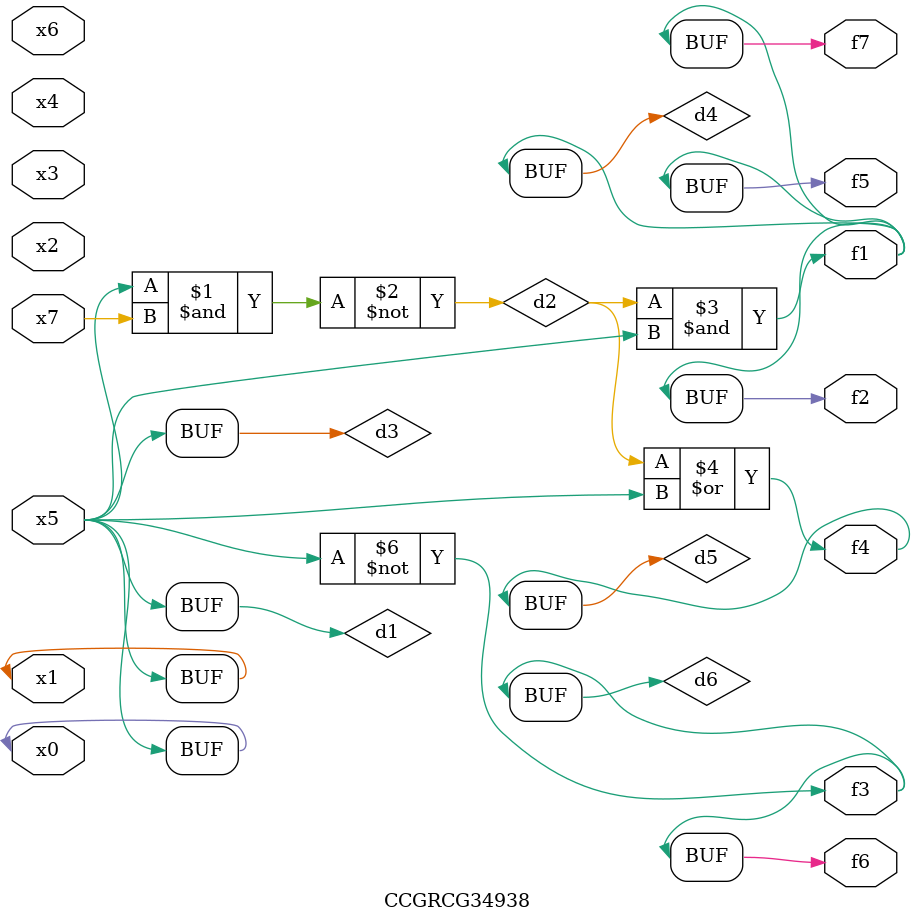
<source format=v>
module CCGRCG34938(
	input x0, x1, x2, x3, x4, x5, x6, x7,
	output f1, f2, f3, f4, f5, f6, f7
);

	wire d1, d2, d3, d4, d5, d6;

	buf (d1, x0, x5);
	nand (d2, x5, x7);
	buf (d3, x0, x1);
	and (d4, d2, d3);
	or (d5, d2, d3);
	nor (d6, d1, d3);
	assign f1 = d4;
	assign f2 = d4;
	assign f3 = d6;
	assign f4 = d5;
	assign f5 = d4;
	assign f6 = d6;
	assign f7 = d4;
endmodule

</source>
